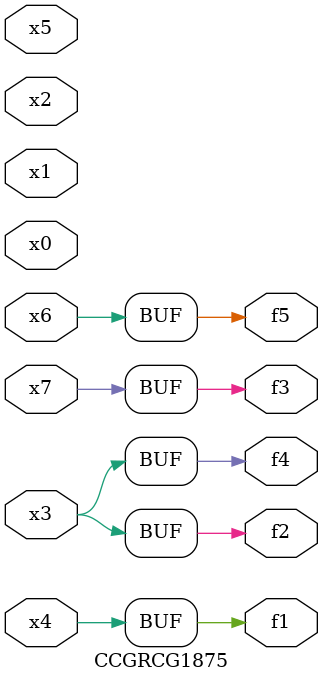
<source format=v>
module CCGRCG1875(
	input x0, x1, x2, x3, x4, x5, x6, x7,
	output f1, f2, f3, f4, f5
);
	assign f1 = x4;
	assign f2 = x3;
	assign f3 = x7;
	assign f4 = x3;
	assign f5 = x6;
endmodule

</source>
